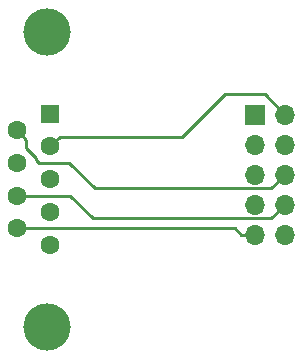
<source format=gbr>
G04 #@! TF.GenerationSoftware,KiCad,Pcbnew,5.0.2-bee76a0~70~ubuntu16.04.1*
G04 #@! TF.CreationDate,2020-03-15T16:19:44-07:00*
G04 #@! TF.ProjectId,DB9_Male,4442395f-4d61-46c6-952e-6b696361645f,rev?*
G04 #@! TF.SameCoordinates,Original*
G04 #@! TF.FileFunction,Copper,L2,Bot*
G04 #@! TF.FilePolarity,Positive*
%FSLAX46Y46*%
G04 Gerber Fmt 4.6, Leading zero omitted, Abs format (unit mm)*
G04 Created by KiCad (PCBNEW 5.0.2-bee76a0~70~ubuntu16.04.1) date Sun 15 Mar 2020 16:19:44 PDT*
%MOMM*%
%LPD*%
G01*
G04 APERTURE LIST*
G04 #@! TA.AperFunction,ComponentPad*
%ADD10R,1.600000X1.600000*%
G04 #@! TD*
G04 #@! TA.AperFunction,ComponentPad*
%ADD11C,1.600000*%
G04 #@! TD*
G04 #@! TA.AperFunction,ComponentPad*
%ADD12C,4.000000*%
G04 #@! TD*
G04 #@! TA.AperFunction,ComponentPad*
%ADD13R,1.700000X1.700000*%
G04 #@! TD*
G04 #@! TA.AperFunction,ComponentPad*
%ADD14O,1.700000X1.700000*%
G04 #@! TD*
G04 #@! TA.AperFunction,Conductor*
%ADD15C,0.250000*%
G04 #@! TD*
G04 APERTURE END LIST*
D10*
G04 #@! TO.P,J1,1*
G04 #@! TO.N,1*
X157607000Y-48387000D03*
D11*
G04 #@! TO.P,J1,2*
G04 #@! TO.N,2*
X157607000Y-51157000D03*
G04 #@! TO.P,J1,3*
G04 #@! TO.N,3*
X157607000Y-53927000D03*
G04 #@! TO.P,J1,4*
G04 #@! TO.N,4*
X157607000Y-56697000D03*
G04 #@! TO.P,J1,5*
G04 #@! TO.N,5*
X157607000Y-59467000D03*
G04 #@! TO.P,J1,6*
G04 #@! TO.N,6*
X154767000Y-49772000D03*
G04 #@! TO.P,J1,7*
G04 #@! TO.N,7*
X154767000Y-52542000D03*
G04 #@! TO.P,J1,8*
G04 #@! TO.N,8*
X154767000Y-55312000D03*
G04 #@! TO.P,J1,9*
G04 #@! TO.N,9*
X154767000Y-58082000D03*
D12*
G04 #@! TO.P,J1,0*
G04 #@! TO.N,N/C*
X157307000Y-41427000D03*
X157307000Y-66427000D03*
G04 #@! TD*
D13*
G04 #@! TO.P,J2,1*
G04 #@! TO.N,1*
X174973601Y-48459401D03*
D14*
G04 #@! TO.P,J2,2*
G04 #@! TO.N,2*
X177513601Y-48459401D03*
G04 #@! TO.P,J2,3*
G04 #@! TO.N,3*
X174973601Y-50999401D03*
G04 #@! TO.P,J2,4*
G04 #@! TO.N,4*
X177513601Y-50999401D03*
G04 #@! TO.P,J2,5*
G04 #@! TO.N,5*
X174973601Y-53539401D03*
G04 #@! TO.P,J2,6*
G04 #@! TO.N,6*
X177513601Y-53539401D03*
G04 #@! TO.P,J2,7*
G04 #@! TO.N,7*
X174973601Y-56079401D03*
G04 #@! TO.P,J2,8*
G04 #@! TO.N,8*
X177513601Y-56079401D03*
G04 #@! TO.P,J2,9*
G04 #@! TO.N,9*
X174973601Y-58619401D03*
G04 #@! TO.P,J2,10*
G04 #@! TO.N,Net-(J2-Pad10)*
X177513601Y-58619401D03*
G04 #@! TD*
D15*
G04 #@! TO.N,2*
X158406999Y-50357001D02*
X168794199Y-50357001D01*
X157607000Y-51157000D02*
X158406999Y-50357001D01*
X168794199Y-50357001D02*
X172440600Y-46710600D01*
X175764800Y-46710600D02*
X177513601Y-48459401D01*
X172440600Y-46710600D02*
X175764800Y-46710600D01*
G04 #@! TO.N,6*
X159221398Y-52541398D02*
X161394402Y-54714402D01*
X156672597Y-52541398D02*
X159221398Y-52541398D01*
X176338600Y-54714402D02*
X177513601Y-53539401D01*
X156413200Y-52282001D02*
X156672597Y-52541398D01*
X161394402Y-54714402D02*
X176338600Y-54714402D01*
X154767000Y-49772000D02*
X155566999Y-50571999D01*
X155566999Y-50571999D02*
X155566999Y-51325399D01*
X155566999Y-51325399D02*
X156413200Y-52171600D01*
X156413200Y-52171600D02*
X156413200Y-52282001D01*
G04 #@! TO.N,8*
X176338600Y-57254402D02*
X161191202Y-57254402D01*
X177513601Y-56079401D02*
X176338600Y-57254402D01*
X159248800Y-55312000D02*
X154767000Y-55312000D01*
X161191202Y-57254402D02*
X159248800Y-55312000D01*
G04 #@! TO.N,9*
X155898370Y-58082000D02*
X154767000Y-58082000D01*
X173771520Y-58619401D02*
X173234119Y-58082000D01*
X173234119Y-58082000D02*
X155898370Y-58082000D01*
X174973601Y-58619401D02*
X173771520Y-58619401D01*
G04 #@! TD*
M02*

</source>
